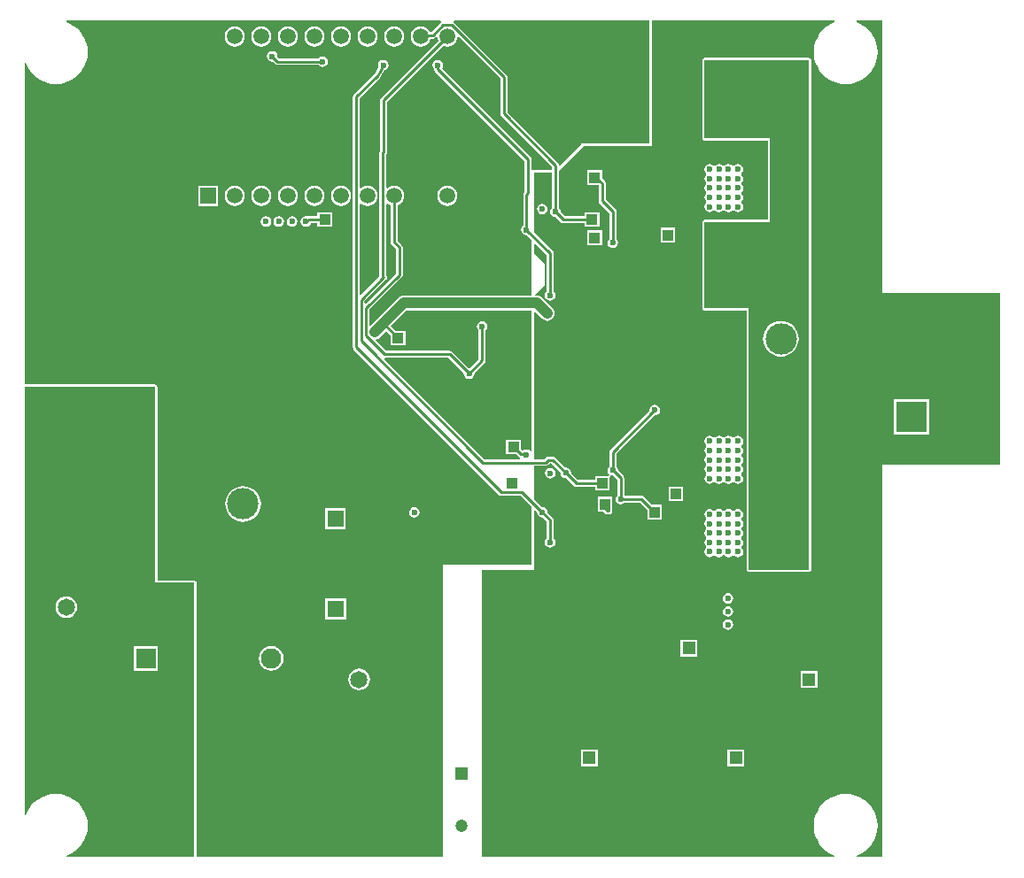
<source format=gbl>
G04*
G04 #@! TF.GenerationSoftware,Altium Limited,Altium Designer,21.6.4 (81)*
G04*
G04 Layer_Physical_Order=4*
G04 Layer_Color=16711680*
%FSLAX44Y44*%
%MOMM*%
G71*
G04*
G04 #@! TF.SameCoordinates,D26747ED-23D3-466A-99B4-63F3962E0784*
G04*
G04*
G04 #@! TF.FilePolarity,Positive*
G04*
G01*
G75*
%ADD81C,0.2540*%
%ADD84C,1.0000*%
%ADD87C,1.6000*%
%ADD88R,1.6000X1.6000*%
%ADD89C,3.0000*%
%ADD90R,3.0000X3.0000*%
%ADD91C,1.5200*%
%ADD92R,1.5200X1.5200*%
%ADD93R,1.2000X1.2000*%
%ADD94C,1.2000*%
G04:AMPARAMS|DCode=95|XSize=1.4mm|YSize=1.4mm|CornerRadius=0.35mm|HoleSize=0mm|Usage=FLASHONLY|Rotation=0.000|XOffset=0mm|YOffset=0mm|HoleType=Round|Shape=RoundedRectangle|*
%AMROUNDEDRECTD95*
21,1,1.4000,0.7000,0,0,0.0*
21,1,0.7000,1.4000,0,0,0.0*
1,1,0.7000,0.3500,-0.3500*
1,1,0.7000,-0.3500,-0.3500*
1,1,0.7000,-0.3500,0.3500*
1,1,0.7000,0.3500,0.3500*
%
%ADD95ROUNDEDRECTD95*%
%ADD96C,1.4000*%
%ADD97R,1.9500X1.9500*%
%ADD98C,1.9500*%
%ADD99C,1.6500*%
%ADD100R,1.2000X1.2000*%
%ADD101C,0.6000*%
%ADD102C,1.0000*%
%ADD113R,1.0000X1.0000*%
%ADD114R,1.0000X1.0000*%
G36*
X398192Y798730D02*
X397440Y798227D01*
X388929Y789717D01*
X387337D01*
X387286Y789841D01*
X385747Y791847D01*
X383741Y793386D01*
X381406Y794353D01*
X378900Y794683D01*
X376394Y794353D01*
X374059Y793386D01*
X372053Y791847D01*
X370514Y789841D01*
X369547Y787506D01*
X369217Y785000D01*
X369547Y782494D01*
X370514Y780159D01*
X372053Y778153D01*
X374059Y776614D01*
X376394Y775647D01*
X378900Y775317D01*
X381406Y775647D01*
X383741Y776614D01*
X385747Y778153D01*
X387286Y780159D01*
X388253Y782494D01*
X388326Y783048D01*
X390310D01*
X391586Y783302D01*
X392668Y784025D01*
X393372Y784729D01*
X394713Y784274D01*
X394947Y782494D01*
X395572Y780987D01*
X340913Y726328D01*
X340190Y725246D01*
X339936Y723970D01*
Y675855D01*
X339550Y675277D01*
X339296Y674001D01*
Y555528D01*
X321697Y537930D01*
X320524Y538416D01*
Y624712D01*
X321794Y625338D01*
X323259Y624214D01*
X325594Y623247D01*
X328100Y622917D01*
X330606Y623247D01*
X332941Y624214D01*
X334947Y625753D01*
X336486Y627759D01*
X337453Y630094D01*
X337783Y632600D01*
X337453Y635106D01*
X336486Y637441D01*
X334947Y639447D01*
X332941Y640986D01*
X330606Y641953D01*
X328100Y642283D01*
X325594Y641953D01*
X323259Y640986D01*
X321794Y639862D01*
X320524Y640488D01*
Y725809D01*
X339433Y744718D01*
X339683Y745092D01*
X339977Y745432D01*
X344044Y752614D01*
X344931Y752790D01*
X346585Y753895D01*
X347690Y755549D01*
X348078Y757500D01*
X347690Y759451D01*
X346585Y761105D01*
X344931Y762210D01*
X342980Y762598D01*
X341029Y762210D01*
X339375Y761105D01*
X338270Y759451D01*
X337882Y757500D01*
X338211Y755845D01*
X334398Y749113D01*
X314832Y729548D01*
X314110Y728466D01*
X313856Y727190D01*
Y487810D01*
X314110Y486534D01*
X314832Y485452D01*
X453413Y346872D01*
X454494Y346150D01*
X455770Y345896D01*
X474389D01*
X485000Y335285D01*
Y280000D01*
X400000D01*
Y0D01*
X164539D01*
Y262500D01*
X164384Y263280D01*
X163942Y263942D01*
X163280Y264384D01*
X162500Y264539D01*
X127039D01*
Y450000D01*
X126884Y450780D01*
X126442Y451442D01*
X125780Y451884D01*
X125000Y452039D01*
X0D01*
Y759407D01*
X1270Y759660D01*
X2740Y756111D01*
X5249Y752017D01*
X8367Y748367D01*
X12017Y745249D01*
X16111Y742740D01*
X20546Y740903D01*
X25214Y739782D01*
X30000Y739406D01*
X34786Y739782D01*
X39454Y740903D01*
X43889Y742740D01*
X47983Y745249D01*
X51633Y748367D01*
X54751Y752017D01*
X57260Y756111D01*
X59097Y760546D01*
X60218Y765214D01*
X60594Y770000D01*
X60218Y774786D01*
X59097Y779454D01*
X57260Y783889D01*
X54751Y787983D01*
X51633Y791633D01*
X47983Y794751D01*
X43889Y797260D01*
X40340Y798730D01*
X40593Y800000D01*
X397807D01*
X398192Y798730D01*
D02*
G37*
G36*
X454817Y745141D02*
Y711249D01*
X455070Y709973D01*
X455793Y708892D01*
X504165Y660520D01*
Y657500D01*
X485000D01*
X484604Y658606D01*
Y667597D01*
X484350Y668873D01*
X483628Y669955D01*
X399038Y754544D01*
X399710Y755549D01*
X400098Y757500D01*
X399710Y759451D01*
X398605Y761105D01*
X396951Y762210D01*
X395000Y762598D01*
X393049Y762210D01*
X391395Y761105D01*
X390290Y759451D01*
X389902Y757500D01*
X390290Y755549D01*
X391395Y753895D01*
X391701Y753691D01*
X391920Y752591D01*
X392643Y751509D01*
X477936Y666216D01*
Y636283D01*
X477643Y635989D01*
X476920Y634908D01*
X476666Y633632D01*
Y603786D01*
X476395Y603605D01*
X475290Y601951D01*
X474902Y600000D01*
X475290Y598049D01*
X476395Y596395D01*
X478049Y595290D01*
X480000Y594902D01*
X480319Y594966D01*
X485000Y590285D01*
Y537060D01*
X362500D01*
X360673Y536820D01*
X358970Y536115D01*
X357508Y534992D01*
X336633Y514118D01*
X330835Y508320D01*
X329662Y508806D01*
Y523652D01*
X360628Y554618D01*
X361350Y555700D01*
X361604Y556976D01*
Y583337D01*
X361350Y584613D01*
X360628Y585695D01*
X356834Y589488D01*
Y623590D01*
X358341Y624214D01*
X360347Y625753D01*
X361886Y627759D01*
X362853Y630094D01*
X363183Y632600D01*
X362853Y635106D01*
X361886Y637441D01*
X360347Y639447D01*
X358341Y640986D01*
X356006Y641953D01*
X353500Y642283D01*
X350994Y641953D01*
X348659Y640986D01*
X347234Y639893D01*
X345964Y640519D01*
Y672787D01*
X346350Y673365D01*
X346604Y674641D01*
Y722589D01*
X400287Y776272D01*
X401794Y775647D01*
X404300Y775317D01*
X406806Y775647D01*
X409141Y776614D01*
X411147Y778153D01*
X412686Y780159D01*
X413653Y782494D01*
X413887Y784274D01*
X415228Y784729D01*
X454817Y745141D01*
D02*
G37*
G36*
X820000Y540000D02*
X932500D01*
Y375000D01*
X820000D01*
Y0D01*
X795593D01*
X795340Y1270D01*
X798889Y2740D01*
X802983Y5249D01*
X806633Y8367D01*
X809751Y12017D01*
X812260Y16111D01*
X814097Y20546D01*
X815218Y25214D01*
X815594Y30000D01*
X815218Y34786D01*
X814097Y39454D01*
X812260Y43889D01*
X809751Y47983D01*
X806633Y51633D01*
X802983Y54751D01*
X798889Y57260D01*
X794454Y59097D01*
X789786Y60218D01*
X785000Y60594D01*
X780214Y60218D01*
X775546Y59097D01*
X771111Y57260D01*
X767017Y54751D01*
X763367Y51633D01*
X760249Y47983D01*
X757740Y43889D01*
X755903Y39454D01*
X754782Y34786D01*
X754406Y30000D01*
X754782Y25214D01*
X755903Y20546D01*
X757740Y16111D01*
X760249Y12017D01*
X763367Y8367D01*
X767017Y5249D01*
X771111Y2740D01*
X774660Y1270D01*
X774407Y0D01*
X437500D01*
Y275000D01*
X487500D01*
Y331126D01*
X488673Y331612D01*
X489966Y330319D01*
X489902Y330000D01*
X490290Y328049D01*
X491395Y326395D01*
X493049Y325290D01*
X495000Y324902D01*
X495319Y324966D01*
X499166Y321119D01*
Y304848D01*
X498895Y304668D01*
X497790Y303014D01*
X497402Y301063D01*
X497790Y299112D01*
X498895Y297458D01*
X500549Y296353D01*
X502500Y295965D01*
X504451Y296353D01*
X506105Y297458D01*
X507210Y299112D01*
X507598Y301063D01*
X507210Y303014D01*
X506105Y304668D01*
X505834Y304848D01*
Y322500D01*
X505580Y323776D01*
X504857Y324857D01*
X500034Y329681D01*
X500098Y330000D01*
X499710Y331951D01*
X498605Y333605D01*
X496951Y334710D01*
X495000Y335098D01*
X494681Y335034D01*
X487500Y342215D01*
Y374166D01*
X498164D01*
X499440Y374420D01*
X500521Y375143D01*
X502045Y376666D01*
X503619D01*
X512466Y367819D01*
X512402Y367500D01*
X512790Y365549D01*
X513895Y363895D01*
X515549Y362790D01*
X517500Y362402D01*
X517819Y362466D01*
X525143Y355143D01*
X526224Y354420D01*
X527500Y354166D01*
X545500D01*
Y350500D01*
X559500D01*
Y363252D01*
X559500Y363256D01*
X559500Y363257D01*
X559500Y363523D01*
X559641Y364608D01*
X559746Y364716D01*
X559954Y364865D01*
X560693Y365261D01*
X562500Y364902D01*
X562819Y364966D01*
X566666Y361119D01*
Y346286D01*
X566395Y346105D01*
X565290Y344451D01*
X564902Y342500D01*
X565290Y340549D01*
X566395Y338895D01*
X568049Y337790D01*
X570000Y337402D01*
X571951Y337790D01*
X573605Y338895D01*
X573786Y339166D01*
X588619D01*
X595500Y332285D01*
Y323000D01*
X609500D01*
Y337000D01*
X600215D01*
X592357Y344857D01*
X591276Y345580D01*
X590000Y345834D01*
X573786D01*
X573605Y346105D01*
X573334Y346286D01*
Y362500D01*
X573080Y363776D01*
X572357Y364857D01*
X567534Y369681D01*
X567598Y370000D01*
X567210Y371951D01*
X566105Y373605D01*
X565834Y373786D01*
Y386119D01*
X602181Y422466D01*
X602500Y422402D01*
X604451Y422790D01*
X606105Y423895D01*
X607210Y425549D01*
X607598Y427500D01*
X607210Y429451D01*
X606105Y431105D01*
X604451Y432210D01*
X602500Y432598D01*
X600549Y432210D01*
X598895Y431105D01*
X597790Y429451D01*
X597402Y427500D01*
X597466Y427181D01*
X560143Y389857D01*
X559420Y388776D01*
X559166Y387500D01*
Y373786D01*
X558895Y373605D01*
X557790Y371951D01*
X557402Y370000D01*
X557790Y368049D01*
X558895Y366395D01*
X559534Y365968D01*
X559557Y365724D01*
X558434Y364500D01*
X558251Y364500D01*
X558251Y364500D01*
X558245Y364500D01*
X545500D01*
Y360834D01*
X528881D01*
X522534Y367181D01*
X522598Y367500D01*
X522210Y369451D01*
X521105Y371105D01*
X519451Y372210D01*
X517500Y372598D01*
X517181Y372534D01*
X507357Y382357D01*
X506276Y383080D01*
X505000Y383334D01*
X500664D01*
X499388Y383080D01*
X498306Y382357D01*
X496783Y380834D01*
X487500D01*
Y520856D01*
X488673Y521342D01*
X495008Y515008D01*
X496470Y513885D01*
X498173Y513180D01*
X500000Y512940D01*
X501827Y513180D01*
X503530Y513885D01*
X504992Y515008D01*
X506115Y516470D01*
X506820Y518173D01*
X507060Y520000D01*
X506820Y521827D01*
X506115Y523530D01*
X504992Y524992D01*
X494992Y534992D01*
X493530Y536115D01*
X491827Y536820D01*
X490000Y537060D01*
X488857D01*
X488330Y538330D01*
X497500Y547500D01*
Y567500D01*
X497500D01*
X487500Y577500D01*
Y586126D01*
X488673Y586612D01*
X499166Y576119D01*
Y541286D01*
X498895Y541105D01*
X497790Y539451D01*
X497402Y537500D01*
X497790Y535549D01*
X498895Y533895D01*
X500549Y532790D01*
X502500Y532402D01*
X504451Y532790D01*
X506105Y533895D01*
X507210Y535549D01*
X507598Y537500D01*
X507210Y539451D01*
X506105Y541105D01*
X505834Y541286D01*
Y577500D01*
X505580Y578776D01*
X504858Y579857D01*
X487500Y597215D01*
Y655000D01*
X504165D01*
Y621284D01*
X503894Y621104D01*
X502789Y619450D01*
X502401Y617499D01*
X502789Y615548D01*
X503894Y613894D01*
X505548Y612789D01*
X507499Y612401D01*
X507820Y612465D01*
X512643Y607643D01*
X513724Y606920D01*
X515000Y606666D01*
X535500D01*
Y603000D01*
X549500D01*
Y617000D01*
X535500D01*
Y613334D01*
X516381D01*
X512534Y617181D01*
X512597Y617499D01*
X512209Y619450D01*
X511104Y621104D01*
X510833Y621284D01*
Y655833D01*
X535000Y680000D01*
X600000D01*
Y800000D01*
X774407D01*
X774660Y798730D01*
X771111Y797260D01*
X767017Y794751D01*
X763367Y791633D01*
X760249Y787983D01*
X757740Y783889D01*
X755903Y779454D01*
X754782Y774786D01*
X754406Y770000D01*
X754782Y765214D01*
X755903Y760546D01*
X757740Y756111D01*
X760249Y752017D01*
X763367Y748367D01*
X767017Y745249D01*
X771111Y742740D01*
X775546Y740903D01*
X780214Y739782D01*
X785000Y739406D01*
X789786Y739782D01*
X794454Y740903D01*
X798889Y742740D01*
X802983Y745249D01*
X806633Y748367D01*
X809751Y752017D01*
X812260Y756111D01*
X814097Y760546D01*
X815218Y765214D01*
X815594Y770000D01*
X815218Y774786D01*
X814097Y779454D01*
X812260Y783889D01*
X809751Y787983D01*
X806633Y791633D01*
X802983Y794751D01*
X798889Y797260D01*
X795340Y798730D01*
X795593Y800000D01*
X820000D01*
Y540000D01*
D02*
G37*
G36*
X597500Y682500D02*
X532500D01*
Y681900D01*
X512006Y661406D01*
X511301Y661698D01*
X510812Y662008D01*
X510579Y663177D01*
X509856Y664258D01*
X461485Y712630D01*
Y746522D01*
X461231Y747798D01*
X460508Y748879D01*
X411160Y798227D01*
X410408Y798730D01*
X410793Y800000D01*
X597500D01*
Y682500D01*
D02*
G37*
G36*
X348659Y624214D02*
X350166Y623590D01*
Y588107D01*
X350420Y586831D01*
X351143Y585750D01*
X354936Y581956D01*
Y558357D01*
X326237Y529658D01*
X325064Y530144D01*
Y531866D01*
X345602Y552405D01*
X346325Y553486D01*
X346579Y554762D01*
X346325Y556038D01*
X345964Y556579D01*
Y624681D01*
X347234Y625308D01*
X348659Y624214D01*
D02*
G37*
G36*
X485000Y388803D02*
X483730Y388417D01*
X483605Y388605D01*
X481951Y389710D01*
X480000Y390098D01*
X478049Y389710D01*
X476395Y388605D01*
X475378Y389337D01*
X474500Y390215D01*
Y399500D01*
X460500D01*
Y385500D01*
X469785D01*
X472465Y382820D01*
X473546Y382098D01*
X473389Y380834D01*
X439685D01*
X344206Y476313D01*
X344733Y477583D01*
X405202D01*
X419966Y462819D01*
X419902Y462500D01*
X420290Y460549D01*
X421395Y458895D01*
X423049Y457790D01*
X425000Y457402D01*
X426951Y457790D01*
X428605Y458895D01*
X429710Y460549D01*
X430098Y462500D01*
X430034Y462819D01*
X439857Y472643D01*
X440580Y473724D01*
X440834Y475000D01*
Y503714D01*
X441105Y503895D01*
X442210Y505549D01*
X442598Y507500D01*
X442210Y509451D01*
X441105Y511105D01*
X439451Y512210D01*
X437500Y512598D01*
X435549Y512210D01*
X433895Y511105D01*
X432790Y509451D01*
X432402Y507500D01*
X432790Y505549D01*
X433895Y503895D01*
X434166Y503714D01*
Y476381D01*
X425766Y467981D01*
X424234D01*
X408940Y483275D01*
X407859Y483997D01*
X406583Y484251D01*
X345464D01*
X335684Y494031D01*
X336092Y495234D01*
X336425Y495278D01*
X338128Y495983D01*
X339590Y497105D01*
X345760Y503275D01*
X350250Y498785D01*
Y489500D01*
X364250D01*
Y503500D01*
X354965D01*
X350475Y507990D01*
X365424Y522940D01*
X485000D01*
Y388803D01*
D02*
G37*
G36*
X125000Y262500D02*
X162500D01*
Y0D01*
X40593D01*
X40340Y1270D01*
X43889Y2740D01*
X47983Y5249D01*
X51633Y8367D01*
X54751Y12017D01*
X57260Y16111D01*
X59097Y20546D01*
X60218Y25214D01*
X60594Y30000D01*
X60218Y34786D01*
X59097Y39454D01*
X57260Y43889D01*
X54751Y47983D01*
X51633Y51633D01*
X47983Y54751D01*
X43889Y57260D01*
X39454Y59097D01*
X34786Y60218D01*
X30000Y60594D01*
X25214Y60218D01*
X20546Y59097D01*
X16111Y57260D01*
X12017Y54751D01*
X8367Y51633D01*
X5249Y47983D01*
X2740Y43889D01*
X1270Y40340D01*
X0Y40593D01*
Y450000D01*
X125000D01*
Y262500D01*
D02*
G37*
%LPC*%
G36*
X353500Y794683D02*
X350994Y794353D01*
X348659Y793386D01*
X346653Y791847D01*
X345114Y789841D01*
X344147Y787506D01*
X343817Y785000D01*
X344147Y782494D01*
X345114Y780159D01*
X346653Y778153D01*
X348659Y776614D01*
X350994Y775647D01*
X353500Y775317D01*
X356006Y775647D01*
X358341Y776614D01*
X360347Y778153D01*
X361886Y780159D01*
X362853Y782494D01*
X363183Y785000D01*
X362853Y787506D01*
X361886Y789841D01*
X360347Y791847D01*
X358341Y793386D01*
X356006Y794353D01*
X353500Y794683D01*
D02*
G37*
G36*
X328100D02*
X325594Y794353D01*
X323259Y793386D01*
X321253Y791847D01*
X319714Y789841D01*
X318747Y787506D01*
X318417Y785000D01*
X318747Y782494D01*
X319714Y780159D01*
X321253Y778153D01*
X323259Y776614D01*
X325594Y775647D01*
X328100Y775317D01*
X330606Y775647D01*
X332941Y776614D01*
X334947Y778153D01*
X336486Y780159D01*
X337453Y782494D01*
X337783Y785000D01*
X337453Y787506D01*
X336486Y789841D01*
X334947Y791847D01*
X332941Y793386D01*
X330606Y794353D01*
X328100Y794683D01*
D02*
G37*
G36*
X302700D02*
X300194Y794353D01*
X297859Y793386D01*
X295853Y791847D01*
X294314Y789841D01*
X293347Y787506D01*
X293017Y785000D01*
X293347Y782494D01*
X294314Y780159D01*
X295853Y778153D01*
X297859Y776614D01*
X300194Y775647D01*
X302700Y775317D01*
X305206Y775647D01*
X307541Y776614D01*
X309547Y778153D01*
X311086Y780159D01*
X312053Y782494D01*
X312383Y785000D01*
X312053Y787506D01*
X311086Y789841D01*
X309547Y791847D01*
X307541Y793386D01*
X305206Y794353D01*
X302700Y794683D01*
D02*
G37*
G36*
X277300D02*
X274794Y794353D01*
X272459Y793386D01*
X270453Y791847D01*
X268914Y789841D01*
X267947Y787506D01*
X267617Y785000D01*
X267947Y782494D01*
X268914Y780159D01*
X270453Y778153D01*
X272459Y776614D01*
X274794Y775647D01*
X277300Y775317D01*
X279806Y775647D01*
X282141Y776614D01*
X284147Y778153D01*
X285686Y780159D01*
X286653Y782494D01*
X286983Y785000D01*
X286653Y787506D01*
X285686Y789841D01*
X284147Y791847D01*
X282141Y793386D01*
X279806Y794353D01*
X277300Y794683D01*
D02*
G37*
G36*
X251900D02*
X249394Y794353D01*
X247059Y793386D01*
X245053Y791847D01*
X243514Y789841D01*
X242547Y787506D01*
X242217Y785000D01*
X242547Y782494D01*
X243514Y780159D01*
X245053Y778153D01*
X247059Y776614D01*
X249394Y775647D01*
X251900Y775317D01*
X254406Y775647D01*
X256741Y776614D01*
X258747Y778153D01*
X260286Y780159D01*
X261253Y782494D01*
X261583Y785000D01*
X261253Y787506D01*
X260286Y789841D01*
X258747Y791847D01*
X256741Y793386D01*
X254406Y794353D01*
X251900Y794683D01*
D02*
G37*
G36*
X226500D02*
X223994Y794353D01*
X221659Y793386D01*
X219653Y791847D01*
X218114Y789841D01*
X217147Y787506D01*
X216817Y785000D01*
X217147Y782494D01*
X218114Y780159D01*
X219653Y778153D01*
X221659Y776614D01*
X223994Y775647D01*
X226500Y775317D01*
X229006Y775647D01*
X231341Y776614D01*
X233347Y778153D01*
X234886Y780159D01*
X235853Y782494D01*
X236183Y785000D01*
X235853Y787506D01*
X234886Y789841D01*
X233347Y791847D01*
X231341Y793386D01*
X229006Y794353D01*
X226500Y794683D01*
D02*
G37*
G36*
X201100D02*
X198594Y794353D01*
X196259Y793386D01*
X194253Y791847D01*
X192714Y789841D01*
X191747Y787506D01*
X191417Y785000D01*
X191747Y782494D01*
X192714Y780159D01*
X194253Y778153D01*
X196259Y776614D01*
X198594Y775647D01*
X201100Y775317D01*
X203606Y775647D01*
X205941Y776614D01*
X207947Y778153D01*
X209486Y780159D01*
X210453Y782494D01*
X210783Y785000D01*
X210453Y787506D01*
X209486Y789841D01*
X207947Y791847D01*
X205941Y793386D01*
X203606Y794353D01*
X201100Y794683D01*
D02*
G37*
G36*
X237000Y771098D02*
X235049Y770710D01*
X233395Y769605D01*
X232290Y767951D01*
X231902Y766000D01*
X232290Y764049D01*
X233395Y762395D01*
X235049Y761290D01*
X237000Y760902D01*
X237319Y760966D01*
X239643Y758643D01*
X240724Y757920D01*
X242000Y757666D01*
X281214D01*
X281395Y757395D01*
X283049Y756290D01*
X285000Y755902D01*
X286951Y756290D01*
X288605Y757395D01*
X289710Y759049D01*
X290098Y761000D01*
X289710Y762951D01*
X288605Y764605D01*
X286951Y765710D01*
X285000Y766098D01*
X283049Y765710D01*
X281395Y764605D01*
X281214Y764334D01*
X243381D01*
X242034Y765681D01*
X242098Y766000D01*
X241710Y767951D01*
X240605Y769605D01*
X238951Y770710D01*
X237000Y771098D01*
D02*
G37*
G36*
X185300Y642200D02*
X166100D01*
Y623000D01*
X185300D01*
Y642200D01*
D02*
G37*
G36*
X302700Y642283D02*
X300194Y641953D01*
X297859Y640986D01*
X295853Y639447D01*
X294314Y637441D01*
X293347Y635106D01*
X293017Y632600D01*
X293347Y630094D01*
X294314Y627759D01*
X295853Y625753D01*
X297859Y624214D01*
X300194Y623247D01*
X302700Y622917D01*
X305206Y623247D01*
X307541Y624214D01*
X309547Y625753D01*
X311086Y627759D01*
X312053Y630094D01*
X312383Y632600D01*
X312053Y635106D01*
X311086Y637441D01*
X309547Y639447D01*
X307541Y640986D01*
X305206Y641953D01*
X302700Y642283D01*
D02*
G37*
G36*
X277300D02*
X274794Y641953D01*
X272459Y640986D01*
X270453Y639447D01*
X268914Y637441D01*
X267947Y635106D01*
X267617Y632600D01*
X267947Y630094D01*
X268914Y627759D01*
X270453Y625753D01*
X272459Y624214D01*
X274794Y623247D01*
X277300Y622917D01*
X279806Y623247D01*
X282141Y624214D01*
X284147Y625753D01*
X285686Y627759D01*
X286653Y630094D01*
X286983Y632600D01*
X286653Y635106D01*
X285686Y637441D01*
X284147Y639447D01*
X282141Y640986D01*
X279806Y641953D01*
X277300Y642283D01*
D02*
G37*
G36*
X251900D02*
X249394Y641953D01*
X247059Y640986D01*
X245053Y639447D01*
X243514Y637441D01*
X242547Y635106D01*
X242217Y632600D01*
X242547Y630094D01*
X243514Y627759D01*
X245053Y625753D01*
X247059Y624214D01*
X249394Y623247D01*
X251900Y622917D01*
X254406Y623247D01*
X256741Y624214D01*
X258747Y625753D01*
X260286Y627759D01*
X261253Y630094D01*
X261583Y632600D01*
X261253Y635106D01*
X260286Y637441D01*
X258747Y639447D01*
X256741Y640986D01*
X254406Y641953D01*
X251900Y642283D01*
D02*
G37*
G36*
X226500D02*
X223994Y641953D01*
X221659Y640986D01*
X219653Y639447D01*
X218114Y637441D01*
X217147Y635106D01*
X216817Y632600D01*
X217147Y630094D01*
X218114Y627759D01*
X219653Y625753D01*
X221659Y624214D01*
X223994Y623247D01*
X226500Y622917D01*
X229006Y623247D01*
X231341Y624214D01*
X233347Y625753D01*
X234886Y627759D01*
X235853Y630094D01*
X236183Y632600D01*
X235853Y635106D01*
X234886Y637441D01*
X233347Y639447D01*
X231341Y640986D01*
X229006Y641953D01*
X226500Y642283D01*
D02*
G37*
G36*
X201100D02*
X198594Y641953D01*
X196259Y640986D01*
X194253Y639447D01*
X192714Y637441D01*
X191747Y635106D01*
X191417Y632600D01*
X191747Y630094D01*
X192714Y627759D01*
X194253Y625753D01*
X196259Y624214D01*
X198594Y623247D01*
X201100Y622917D01*
X203606Y623247D01*
X205941Y624214D01*
X207947Y625753D01*
X209486Y627759D01*
X210453Y630094D01*
X210783Y632600D01*
X210453Y635106D01*
X209486Y637441D01*
X207947Y639447D01*
X205941Y640986D01*
X203606Y641953D01*
X201100Y642283D01*
D02*
G37*
G36*
X294000Y617000D02*
X280000D01*
Y613334D01*
X271936D01*
X270660Y613080D01*
X270300Y612839D01*
X269000Y613098D01*
X267049Y612710D01*
X265395Y611605D01*
X264290Y609951D01*
X263902Y608000D01*
X264290Y606049D01*
X265395Y604395D01*
X267049Y603290D01*
X269000Y602902D01*
X270951Y603290D01*
X272605Y604395D01*
X273710Y606049D01*
X273833Y606666D01*
X280000D01*
Y603000D01*
X294000D01*
Y617000D01*
D02*
G37*
G36*
X256000Y613098D02*
X254049Y612710D01*
X252395Y611605D01*
X251290Y609951D01*
X250902Y608000D01*
X251290Y606049D01*
X252395Y604395D01*
X254049Y603290D01*
X256000Y602902D01*
X257951Y603290D01*
X259605Y604395D01*
X260710Y606049D01*
X261098Y608000D01*
X260710Y609951D01*
X259605Y611605D01*
X257951Y612710D01*
X256000Y613098D01*
D02*
G37*
G36*
X243000D02*
X241049Y612710D01*
X239395Y611605D01*
X238290Y609951D01*
X237902Y608000D01*
X238290Y606049D01*
X239395Y604395D01*
X241049Y603290D01*
X243000Y602902D01*
X244951Y603290D01*
X246605Y604395D01*
X247710Y606049D01*
X248098Y608000D01*
X247710Y609951D01*
X246605Y611605D01*
X244951Y612710D01*
X243000Y613098D01*
D02*
G37*
G36*
X231000D02*
X229049Y612710D01*
X227395Y611605D01*
X226290Y609951D01*
X225902Y608000D01*
X226290Y606049D01*
X227395Y604395D01*
X229049Y603290D01*
X231000Y602902D01*
X232951Y603290D01*
X234605Y604395D01*
X235710Y606049D01*
X236098Y608000D01*
X235710Y609951D01*
X234605Y611605D01*
X232951Y612710D01*
X231000Y613098D01*
D02*
G37*
G36*
X372750Y334848D02*
X370799Y334460D01*
X369145Y333355D01*
X368040Y331701D01*
X367652Y329750D01*
X368040Y327799D01*
X369145Y326145D01*
X370799Y325040D01*
X372750Y324652D01*
X374701Y325040D01*
X376355Y326145D01*
X377460Y327799D01*
X377848Y329750D01*
X377460Y331701D01*
X376355Y333355D01*
X374701Y334460D01*
X372750Y334848D01*
D02*
G37*
G36*
X209000Y354875D02*
X205667Y354547D01*
X202463Y353575D01*
X199510Y351996D01*
X196921Y349872D01*
X194797Y347283D01*
X193218Y344330D01*
X192246Y341125D01*
X191918Y337793D01*
X192246Y334460D01*
X193218Y331256D01*
X194797Y328302D01*
X196921Y325714D01*
X199510Y323590D01*
X202463Y322011D01*
X205667Y321039D01*
X209000Y320711D01*
X212333Y321039D01*
X215537Y322011D01*
X218490Y323590D01*
X221079Y325714D01*
X223203Y328302D01*
X224782Y331256D01*
X225754Y334460D01*
X226082Y337793D01*
X225754Y341125D01*
X224782Y344330D01*
X223203Y347283D01*
X221079Y349872D01*
X218490Y351996D01*
X215537Y353575D01*
X212333Y354547D01*
X209000Y354875D01*
D02*
G37*
G36*
X307243Y333543D02*
X287243D01*
Y313543D01*
X307243D01*
Y333543D01*
D02*
G37*
G36*
X307500Y247300D02*
X287500D01*
Y227300D01*
X307500D01*
Y247300D01*
D02*
G37*
G36*
X236000Y201851D02*
X232933Y201448D01*
X230074Y200264D01*
X227620Y198380D01*
X225736Y195926D01*
X224552Y193067D01*
X224149Y190000D01*
X224552Y186933D01*
X225736Y184074D01*
X227620Y181620D01*
X230074Y179736D01*
X232933Y178552D01*
X236000Y178149D01*
X239067Y178552D01*
X241926Y179736D01*
X244380Y181620D01*
X246264Y184074D01*
X247447Y186933D01*
X247851Y190000D01*
X247447Y193067D01*
X246264Y195926D01*
X244380Y198380D01*
X241926Y200264D01*
X239067Y201448D01*
X236000Y201851D01*
D02*
G37*
G36*
X320000Y180338D02*
X317324Y179986D01*
X314831Y178953D01*
X312690Y177310D01*
X311047Y175169D01*
X310014Y172676D01*
X309662Y170000D01*
X310014Y167324D01*
X311047Y164831D01*
X312690Y162690D01*
X314831Y161047D01*
X317324Y160014D01*
X320000Y159662D01*
X322676Y160014D01*
X325169Y161047D01*
X327310Y162690D01*
X328953Y164831D01*
X329986Y167324D01*
X330338Y170000D01*
X329986Y172676D01*
X328953Y175169D01*
X327310Y177310D01*
X325169Y178953D01*
X322676Y179986D01*
X320000Y180338D01*
D02*
G37*
G36*
X404300Y642283D02*
X401794Y641953D01*
X399459Y640986D01*
X397453Y639447D01*
X395914Y637441D01*
X394947Y635106D01*
X394617Y632600D01*
X394947Y630094D01*
X395914Y627759D01*
X397453Y625753D01*
X399459Y624214D01*
X401794Y623247D01*
X404300Y622917D01*
X406806Y623247D01*
X409141Y624214D01*
X411147Y625753D01*
X412686Y627759D01*
X413653Y630094D01*
X413983Y632600D01*
X413653Y635106D01*
X412686Y637441D01*
X411147Y639447D01*
X409141Y640986D01*
X406806Y641953D01*
X404300Y642283D01*
D02*
G37*
G36*
X682000Y663098D02*
X680049Y662710D01*
X678395Y661605D01*
X678135Y661215D01*
X676865D01*
X676605Y661605D01*
X674951Y662710D01*
X673000Y663098D01*
X671049Y662710D01*
X669395Y661605D01*
X669135Y661215D01*
X667865D01*
X667605Y661605D01*
X665951Y662710D01*
X664000Y663098D01*
X662049Y662710D01*
X660395Y661605D01*
X660135Y661215D01*
X658865D01*
X658605Y661605D01*
X656951Y662710D01*
X655000Y663098D01*
X653049Y662710D01*
X651395Y661605D01*
X650290Y659951D01*
X649902Y658000D01*
X650290Y656049D01*
X651395Y654395D01*
X651785Y654135D01*
Y652865D01*
X651395Y652605D01*
X650290Y650951D01*
X649902Y649000D01*
X650290Y647049D01*
X651395Y645395D01*
X651785Y645135D01*
Y643865D01*
X651395Y643605D01*
X650290Y641951D01*
X649902Y640000D01*
X650290Y638049D01*
X651395Y636395D01*
X651785Y636135D01*
Y634865D01*
X651395Y634605D01*
X650290Y632951D01*
X649902Y631000D01*
X650290Y629049D01*
X651395Y627395D01*
X651785Y627135D01*
Y625865D01*
X651395Y625605D01*
X650290Y623951D01*
X649902Y622000D01*
X650290Y620049D01*
X651395Y618395D01*
X653049Y617290D01*
X655000Y616902D01*
X656951Y617290D01*
X658605Y618395D01*
X658865Y618785D01*
X660135D01*
X660395Y618395D01*
X662049Y617290D01*
X664000Y616902D01*
X665951Y617290D01*
X667605Y618395D01*
X667865Y618785D01*
X669135D01*
X669395Y618395D01*
X671049Y617290D01*
X673000Y616902D01*
X674951Y617290D01*
X676605Y618395D01*
X676865Y618785D01*
X678135D01*
X678395Y618395D01*
X680049Y617290D01*
X682000Y616902D01*
X683951Y617290D01*
X685605Y618395D01*
X686710Y620049D01*
X687098Y622000D01*
X686710Y623951D01*
X685605Y625605D01*
X685215Y625865D01*
Y627135D01*
X685605Y627395D01*
X686710Y629049D01*
X687098Y631000D01*
X686710Y632951D01*
X685605Y634605D01*
X685215Y634865D01*
Y636135D01*
X685605Y636395D01*
X686710Y638049D01*
X687098Y640000D01*
X686710Y641951D01*
X685605Y643605D01*
X685215Y643865D01*
Y645135D01*
X685605Y645395D01*
X686710Y647049D01*
X687098Y649000D01*
X686710Y650951D01*
X685605Y652605D01*
X685215Y652865D01*
Y654135D01*
X685605Y654395D01*
X686710Y656049D01*
X687098Y658000D01*
X686710Y659951D01*
X685605Y661605D01*
X683951Y662710D01*
X682000Y663098D01*
D02*
G37*
G36*
X495000Y625098D02*
X493049Y624710D01*
X491395Y623605D01*
X490290Y621951D01*
X489902Y620000D01*
X490290Y618049D01*
X491395Y616395D01*
X493049Y615290D01*
X495000Y614902D01*
X496951Y615290D01*
X498605Y616395D01*
X499710Y618049D01*
X500098Y620000D01*
X499710Y621951D01*
X498605Y623605D01*
X496951Y624710D01*
X495000Y625098D01*
D02*
G37*
G36*
X622000Y602000D02*
X608000D01*
Y588000D01*
X622000D01*
Y602000D01*
D02*
G37*
G36*
X552000Y599500D02*
X538000D01*
Y585500D01*
X552000D01*
Y599500D01*
D02*
G37*
G36*
Y657000D02*
X538000D01*
Y643000D01*
X549160D01*
X549166Y642994D01*
Y627500D01*
X549420Y626224D01*
X550143Y625143D01*
X559166Y616119D01*
Y591286D01*
X558895Y591105D01*
X557790Y589451D01*
X557402Y587500D01*
X557790Y585549D01*
X558895Y583895D01*
X560549Y582790D01*
X562500Y582402D01*
X564451Y582790D01*
X566105Y583895D01*
X567210Y585549D01*
X567598Y587500D01*
X567210Y589451D01*
X566105Y591105D01*
X565834Y591286D01*
Y617500D01*
X565580Y618776D01*
X564857Y619857D01*
X555834Y628881D01*
Y644375D01*
X555580Y645651D01*
X554857Y646732D01*
X552000Y649590D01*
Y657000D01*
D02*
G37*
G36*
X865042Y437857D02*
X831043D01*
Y403857D01*
X865042D01*
Y437857D01*
D02*
G37*
G36*
X682000Y403098D02*
X680049Y402710D01*
X678395Y401605D01*
X678135Y401215D01*
X676865D01*
X676605Y401605D01*
X674951Y402710D01*
X673000Y403098D01*
X671049Y402710D01*
X669395Y401605D01*
X669135Y401215D01*
X667865D01*
X667605Y401605D01*
X665951Y402710D01*
X664000Y403098D01*
X662049Y402710D01*
X660395Y401605D01*
X660135Y401215D01*
X658865D01*
X658605Y401605D01*
X656951Y402710D01*
X655000Y403098D01*
X653049Y402710D01*
X651395Y401605D01*
X650290Y399951D01*
X649902Y398000D01*
X650290Y396049D01*
X651395Y394395D01*
X651785Y394135D01*
Y392865D01*
X651395Y392605D01*
X650290Y390951D01*
X649902Y389000D01*
X650290Y387049D01*
X651395Y385395D01*
X651785Y385135D01*
Y383865D01*
X651395Y383605D01*
X650290Y381951D01*
X649902Y380000D01*
X650290Y378049D01*
X651395Y376395D01*
X651785Y376135D01*
Y374865D01*
X651395Y374605D01*
X650290Y372951D01*
X649902Y371000D01*
X650290Y369049D01*
X651395Y367395D01*
X651785Y367135D01*
Y365865D01*
X651395Y365605D01*
X650290Y363951D01*
X649902Y362000D01*
X650290Y360049D01*
X651395Y358395D01*
X653049Y357290D01*
X655000Y356902D01*
X656951Y357290D01*
X658605Y358395D01*
X658865Y358785D01*
X660135D01*
X660395Y358395D01*
X662049Y357290D01*
X664000Y356902D01*
X665951Y357290D01*
X667605Y358395D01*
X667865Y358785D01*
X669135D01*
X669395Y358395D01*
X671049Y357290D01*
X673000Y356902D01*
X674951Y357290D01*
X676605Y358395D01*
X676865Y358785D01*
X678135D01*
X678395Y358395D01*
X680049Y357290D01*
X682000Y356902D01*
X683951Y357290D01*
X685605Y358395D01*
X686710Y360049D01*
X687098Y362000D01*
X686710Y363951D01*
X685605Y365605D01*
X685215Y365865D01*
Y367135D01*
X685605Y367395D01*
X686710Y369049D01*
X687098Y371000D01*
X686710Y372951D01*
X685605Y374605D01*
X685215Y374865D01*
Y376135D01*
X685605Y376395D01*
X686710Y378049D01*
X687098Y380000D01*
X686710Y381951D01*
X685605Y383605D01*
X685215Y383865D01*
Y385135D01*
X685605Y385395D01*
X686710Y387049D01*
X687098Y389000D01*
X686710Y390951D01*
X685605Y392605D01*
X685215Y392865D01*
Y394135D01*
X685605Y394395D01*
X686710Y396049D01*
X687098Y398000D01*
X686710Y399951D01*
X685605Y401605D01*
X683951Y402710D01*
X682000Y403098D01*
D02*
G37*
G36*
X502515Y372295D02*
X500564Y371907D01*
X498910Y370802D01*
X497805Y369148D01*
X497417Y367197D01*
X497805Y365247D01*
X498910Y363593D01*
X500564Y362487D01*
X502515Y362099D01*
X504466Y362487D01*
X506120Y363593D01*
X507225Y365247D01*
X507613Y367197D01*
X507225Y369148D01*
X506120Y370802D01*
X504466Y371907D01*
X502515Y372295D01*
D02*
G37*
G36*
X629500Y354500D02*
X615500D01*
Y340500D01*
X629500D01*
Y354500D01*
D02*
G37*
G36*
X682000Y333098D02*
X680049Y332710D01*
X678395Y331605D01*
X678135Y331215D01*
X676865D01*
X676605Y331605D01*
X674951Y332710D01*
X673000Y333098D01*
X671049Y332710D01*
X669395Y331605D01*
X669135Y331215D01*
X667865D01*
X667605Y331605D01*
X665951Y332710D01*
X664000Y333098D01*
X662049Y332710D01*
X660395Y331605D01*
X660135Y331215D01*
X658865D01*
X658605Y331605D01*
X656951Y332710D01*
X655000Y333098D01*
X653049Y332710D01*
X651395Y331605D01*
X650290Y329951D01*
X649902Y328000D01*
X650290Y326049D01*
X651395Y324395D01*
X651785Y324135D01*
Y322865D01*
X651395Y322605D01*
X650290Y320951D01*
X649902Y319000D01*
X650290Y317049D01*
X651395Y315395D01*
X651785Y315135D01*
Y313865D01*
X651395Y313605D01*
X650290Y311951D01*
X649902Y310000D01*
X650290Y308049D01*
X651395Y306395D01*
X651785Y306135D01*
Y304865D01*
X651395Y304605D01*
X650290Y302951D01*
X649902Y301000D01*
X650290Y299049D01*
X651395Y297395D01*
X651785Y297135D01*
Y295865D01*
X651395Y295605D01*
X650290Y293951D01*
X649902Y292000D01*
X650290Y290049D01*
X651395Y288395D01*
X653049Y287290D01*
X655000Y286902D01*
X656951Y287290D01*
X658605Y288395D01*
X658865Y288785D01*
X660135D01*
X660395Y288395D01*
X662049Y287290D01*
X664000Y286902D01*
X665951Y287290D01*
X667605Y288395D01*
X667865Y288785D01*
X669135D01*
X669395Y288395D01*
X671049Y287290D01*
X673000Y286902D01*
X674951Y287290D01*
X676605Y288395D01*
X676865Y288785D01*
X678135D01*
X678395Y288395D01*
X680049Y287290D01*
X682000Y286902D01*
X683951Y287290D01*
X685605Y288395D01*
X686710Y290049D01*
X687098Y292000D01*
X686710Y293951D01*
X685605Y295605D01*
X685215Y295865D01*
Y297135D01*
X685605Y297395D01*
X686710Y299049D01*
X687098Y301000D01*
X686710Y302951D01*
X685605Y304605D01*
X685215Y304865D01*
Y306135D01*
X685605Y306395D01*
X686710Y308049D01*
X687098Y310000D01*
X686710Y311951D01*
X685605Y313605D01*
X685215Y313865D01*
Y315135D01*
X685605Y315395D01*
X686710Y317049D01*
X687098Y319000D01*
X686710Y320951D01*
X685605Y322605D01*
X685215Y322865D01*
Y324135D01*
X685605Y324395D01*
X686710Y326049D01*
X687098Y328000D01*
X686710Y329951D01*
X685605Y331605D01*
X683951Y332710D01*
X682000Y333098D01*
D02*
G37*
G36*
X562000Y344500D02*
X548000D01*
Y330500D01*
X553221D01*
X554849Y328872D01*
X555930Y328150D01*
X557206Y327896D01*
X558730D01*
X560006Y328150D01*
X561087Y328872D01*
X561810Y329954D01*
X561919Y330500D01*
X562000D01*
Y330908D01*
X562064Y331230D01*
Y333770D01*
X562000Y334092D01*
Y344500D01*
D02*
G37*
G36*
X750000Y764539D02*
X650000D01*
X649220Y764384D01*
X648558Y763942D01*
X648116Y763280D01*
X647961Y762500D01*
Y687500D01*
X648116Y686720D01*
X648558Y686058D01*
X649220Y685616D01*
X650000Y685461D01*
X710461D01*
Y609539D01*
X650000D01*
X649220Y609384D01*
X648558Y608942D01*
X648116Y608280D01*
X647961Y607500D01*
Y525000D01*
X648116Y524220D01*
X648558Y523558D01*
X649220Y523116D01*
X650000Y522961D01*
X690461D01*
Y275000D01*
X690616Y274220D01*
X691058Y273558D01*
X691720Y273116D01*
X692500Y272961D01*
X750000D01*
X750780Y273116D01*
X751442Y273558D01*
X751884Y274220D01*
X752039Y275000D01*
Y762500D01*
X751884Y763280D01*
X751442Y763942D01*
X750780Y764384D01*
X750000Y764539D01*
D02*
G37*
G36*
X672500Y252598D02*
X670549Y252210D01*
X668895Y251105D01*
X667790Y249451D01*
X667402Y247500D01*
X667790Y245549D01*
X668895Y243895D01*
X670549Y242790D01*
X672500Y242402D01*
X674451Y242790D01*
X676105Y243895D01*
X677210Y245549D01*
X677598Y247500D01*
X677210Y249451D01*
X676105Y251105D01*
X674451Y252210D01*
X672500Y252598D01*
D02*
G37*
G36*
Y240098D02*
X670549Y239710D01*
X668895Y238605D01*
X667790Y236951D01*
X667402Y235000D01*
X667790Y233049D01*
X668895Y231395D01*
X670549Y230290D01*
X672500Y229902D01*
X674451Y230290D01*
X676105Y231395D01*
X677210Y233049D01*
X677598Y235000D01*
X677210Y236951D01*
X676105Y238605D01*
X674451Y239710D01*
X672500Y240098D01*
D02*
G37*
G36*
Y227598D02*
X670549Y227210D01*
X668895Y226105D01*
X667790Y224451D01*
X667402Y222500D01*
X667790Y220549D01*
X668895Y218895D01*
X670549Y217790D01*
X672500Y217402D01*
X674451Y217790D01*
X676105Y218895D01*
X677210Y220549D01*
X677598Y222500D01*
X677210Y224451D01*
X676105Y226105D01*
X674451Y227210D01*
X672500Y227598D01*
D02*
G37*
G36*
X643000Y208000D02*
X627000D01*
Y192000D01*
X643000D01*
Y208000D01*
D02*
G37*
G36*
X758000Y178000D02*
X742000D01*
Y162000D01*
X758000D01*
Y178000D01*
D02*
G37*
G36*
X688000Y103000D02*
X672000D01*
Y87000D01*
X688000D01*
Y103000D01*
D02*
G37*
G36*
X548000D02*
X532000D01*
Y87000D01*
X548000D01*
Y103000D01*
D02*
G37*
%LPD*%
G36*
X750000Y275000D02*
X692500D01*
Y525000D01*
X650000D01*
Y607500D01*
X712500D01*
Y687500D01*
X650000D01*
Y762500D01*
X750000D01*
Y275000D01*
D02*
G37*
%LPC*%
G36*
X723043Y512939D02*
X719710Y512611D01*
X716506Y511639D01*
X713552Y510060D01*
X710964Y507936D01*
X708839Y505348D01*
X707261Y502394D01*
X706289Y499190D01*
X705960Y495857D01*
X706289Y492524D01*
X707261Y489320D01*
X708839Y486367D01*
X710964Y483778D01*
X713552Y481654D01*
X716506Y480075D01*
X719710Y479103D01*
X723043Y478775D01*
X726375Y479103D01*
X729580Y480075D01*
X732533Y481654D01*
X735122Y483778D01*
X737246Y486367D01*
X738824Y489320D01*
X739797Y492524D01*
X740125Y495857D01*
X739797Y499190D01*
X738824Y502394D01*
X737246Y505348D01*
X735122Y507936D01*
X732533Y510060D01*
X729580Y511639D01*
X726375Y512611D01*
X723043Y512939D01*
D02*
G37*
G36*
X40000Y249381D02*
X37324Y249029D01*
X34831Y247996D01*
X32690Y246353D01*
X31047Y244212D01*
X30014Y241718D01*
X29662Y239042D01*
X30014Y236367D01*
X31047Y233873D01*
X32690Y231732D01*
X34831Y230089D01*
X37324Y229056D01*
X40000Y228704D01*
X42676Y229056D01*
X45169Y230089D01*
X47310Y231732D01*
X48953Y233873D01*
X49986Y236367D01*
X50338Y239042D01*
X49986Y241718D01*
X48953Y244212D01*
X47310Y246353D01*
X45169Y247996D01*
X42676Y249029D01*
X40000Y249381D01*
D02*
G37*
G36*
X127750Y201750D02*
X104250D01*
Y178250D01*
X127750D01*
Y201750D01*
D02*
G37*
%LPD*%
D81*
X437500Y475000D02*
Y507500D01*
X425000Y462500D02*
X437500Y475000D01*
X344083Y480917D02*
X406583D01*
X425000Y462500D01*
X326328Y498672D02*
X344083Y480917D01*
X326328Y498672D02*
Y525033D01*
X358270Y556976D01*
Y583337D01*
X353500Y588107D02*
X358270Y583337D01*
X353500Y588107D02*
Y632600D01*
X502500Y537500D02*
Y577500D01*
X458151Y711249D02*
X507499Y661901D01*
X458151Y711249D02*
Y746522D01*
X408802Y795870D02*
X458151Y746522D01*
X399798Y795870D02*
X408802D01*
X390310Y786383D02*
X399798Y795870D01*
X380283Y786383D02*
X390310D01*
X378900Y785000D02*
X380283Y786383D01*
X342630Y555377D02*
X343245Y554762D01*
X342630Y674001D02*
X343270Y674641D01*
Y723970D01*
X404300Y785000D01*
X342630Y555377D02*
Y674001D01*
X237000Y766000D02*
X242000Y761000D01*
X285000D01*
X269936Y608000D02*
X271936Y610000D01*
X287000D01*
X269000Y608000D02*
X269936D01*
X341625Y509125D02*
X344625D01*
X357250Y496500D01*
X321730Y494074D02*
Y533247D01*
X343245Y554762D01*
X321730Y494074D02*
X438304Y377500D01*
X317190Y487810D02*
Y727190D01*
Y487810D02*
X455770Y349230D01*
X317190Y727190D02*
X337075Y747075D01*
X342980Y757500D01*
X507499Y617499D02*
Y661901D01*
Y617499D02*
X507501D01*
X546875Y650000D02*
X552500Y644375D01*
Y627500D02*
Y644375D01*
Y627500D02*
X562500Y617500D01*
X455770Y349230D02*
X475770D01*
X612760Y592760D02*
X615000Y595000D01*
X558730Y331230D02*
Y333770D01*
X557206Y331230D02*
X558730D01*
X555000Y333436D02*
X557206Y331230D01*
X555000Y333436D02*
Y337500D01*
X507501Y617499D02*
X515000Y610000D01*
X475770Y349230D02*
X495000Y330000D01*
X467500Y392500D02*
X474822Y385178D01*
X479822D01*
X480000Y385000D01*
X562500Y587500D02*
Y617500D01*
X480000Y600000D02*
X502500Y577500D01*
X515000Y610000D02*
X542500D01*
X395000Y753867D02*
Y757500D01*
Y753867D02*
X481270Y667597D01*
X555000Y337500D02*
X558730Y333770D01*
X527500Y357500D02*
X552500D01*
X517500Y367500D02*
X527500Y357500D01*
X562500Y370000D02*
Y387500D01*
X602500Y427500D01*
Y427500D01*
X570000Y342500D02*
Y362500D01*
X562500Y370000D02*
X570000Y362500D01*
X590000Y342500D02*
X602500Y330000D01*
X570000Y342500D02*
X590000D01*
X502500Y301063D02*
Y322500D01*
X495000Y330000D02*
X502500Y322500D01*
X505000Y380000D02*
X517500Y367500D01*
X498164Y377500D02*
X500664Y380000D01*
X438304Y377500D02*
X498164D01*
X500664Y380000D02*
X505000D01*
X480000Y600000D02*
Y633632D01*
X481270Y634902D01*
Y667597D01*
D84*
X334598Y502098D02*
X341625Y509125D01*
X362500Y530000D01*
X490000D01*
X500000Y520000D01*
D87*
X297243Y298143D02*
D03*
X297500Y262700D02*
D03*
D88*
X297243Y323543D02*
D03*
X297500Y237300D02*
D03*
D89*
X209000Y337793D02*
D03*
X723043Y495857D02*
D03*
D90*
X84000Y412793D02*
D03*
X848043Y420857D02*
D03*
D91*
X328100Y785000D02*
D03*
X226500D02*
D03*
X201100D02*
D03*
X251900D02*
D03*
X277300D02*
D03*
X302700D02*
D03*
X353500D02*
D03*
X378900D02*
D03*
X404300D02*
D03*
X328100Y632600D02*
D03*
X226500D02*
D03*
X201100D02*
D03*
X251900D02*
D03*
X277300D02*
D03*
X302700D02*
D03*
X353500D02*
D03*
X378900D02*
D03*
X404300D02*
D03*
D92*
X175700Y785000D02*
D03*
Y632600D02*
D03*
D93*
X635000Y200000D02*
D03*
D94*
X585000D02*
D03*
X680000Y45000D02*
D03*
X540000D02*
D03*
X418000Y30000D02*
D03*
X750000Y220000D02*
D03*
D95*
X677661Y743785D02*
D03*
D96*
X627661D02*
D03*
D97*
X116000Y190000D02*
D03*
D98*
Y90000D02*
D03*
X236000D02*
D03*
Y190000D02*
D03*
D99*
X40000Y239042D02*
D03*
Y89043D02*
D03*
X320000Y170000D02*
D03*
Y20000D02*
D03*
D100*
X680000Y95000D02*
D03*
X540000D02*
D03*
X418000Y80000D02*
D03*
X750000Y170000D02*
D03*
D101*
X867000Y504000D02*
D03*
X161000Y578000D02*
D03*
X190000Y579000D02*
D03*
X204000Y564000D02*
D03*
X176000Y565000D02*
D03*
X146000D02*
D03*
X190000Y554000D02*
D03*
X161000D02*
D03*
X204000Y538000D02*
D03*
X176000D02*
D03*
X147000D02*
D03*
X194000Y494000D02*
D03*
X337000Y327000D02*
D03*
X339000Y414000D02*
D03*
X270000D02*
D03*
X181000Y420000D02*
D03*
X96000Y472000D02*
D03*
X95000Y523000D02*
D03*
X94000Y615000D02*
D03*
X93000Y684000D02*
D03*
X92000Y731000D02*
D03*
X502500Y537500D02*
D03*
X470000Y540000D02*
D03*
X237000Y766000D02*
D03*
X285000Y761000D02*
D03*
X245000Y729000D02*
D03*
X282000Y559000D02*
D03*
X302000Y589000D02*
D03*
X205000Y595000D02*
D03*
X176000D02*
D03*
X146000D02*
D03*
X269000Y608000D02*
D03*
X256000D02*
D03*
X243000D02*
D03*
X231000D02*
D03*
X342980Y757500D02*
D03*
X352000Y567000D02*
D03*
X800000Y417000D02*
D03*
Y504000D02*
D03*
X810000Y357500D02*
D03*
X812500Y732500D02*
D03*
X17500Y657500D02*
D03*
X507499Y617499D02*
D03*
X545000Y592500D02*
D03*
Y650000D02*
D03*
X466012Y357500D02*
D03*
X615000Y595000D02*
D03*
X622500Y347500D02*
D03*
X555000Y337500D02*
D03*
X425000Y462500D02*
D03*
Y330000D02*
D03*
X640000Y427500D02*
D03*
X630000D02*
D03*
X545000Y697500D02*
D03*
Y715000D02*
D03*
X765000Y302500D02*
D03*
X480000Y385000D02*
D03*
X725000Y770000D02*
D03*
X562500Y587500D02*
D03*
X395000Y757500D02*
D03*
X477500Y587500D02*
D03*
X602500Y427500D02*
D03*
X562500Y370000D02*
D03*
X570000Y342500D02*
D03*
X502500Y301063D02*
D03*
X495000Y330000D02*
D03*
Y315000D02*
D03*
X427230Y415270D02*
D03*
X430000Y517500D02*
D03*
X437500Y507500D02*
D03*
X372750Y329750D02*
D03*
X502515Y367197D02*
D03*
X517500Y367500D02*
D03*
X390000Y385000D02*
D03*
X480000Y600000D02*
D03*
X495000Y620000D02*
D03*
X402500Y465000D02*
D03*
X640000Y669433D02*
D03*
X627500Y372500D02*
D03*
X640000Y412500D02*
D03*
X630000D02*
D03*
X622500Y637500D02*
D03*
Y652500D02*
D03*
X627500Y675000D02*
D03*
X742500Y332500D02*
D03*
X732500D02*
D03*
X720000D02*
D03*
X707500D02*
D03*
X742500Y282500D02*
D03*
X732500D02*
D03*
X720000D02*
D03*
X710000D02*
D03*
X692500Y755000D02*
D03*
X660000D02*
D03*
X692500Y722500D02*
D03*
X675000D02*
D03*
X660000D02*
D03*
X672500Y222500D02*
D03*
Y235000D02*
D03*
Y247500D02*
D03*
X702500Y585000D02*
D03*
Y570000D02*
D03*
Y555000D02*
D03*
X655000Y537500D02*
D03*
X670000D02*
D03*
X685000D02*
D03*
X700000Y540000D02*
D03*
X697500Y600000D02*
D03*
X655000Y328000D02*
D03*
Y310000D02*
D03*
Y292000D02*
D03*
X664000D02*
D03*
X673000D02*
D03*
X682000D02*
D03*
Y301000D02*
D03*
X673000D02*
D03*
X664000D02*
D03*
Y310000D02*
D03*
X673000D02*
D03*
X682000D02*
D03*
Y319000D02*
D03*
X673000D02*
D03*
X664000D02*
D03*
Y328000D02*
D03*
X673000D02*
D03*
X682000D02*
D03*
X655000Y319000D02*
D03*
Y301000D02*
D03*
Y588000D02*
D03*
Y570000D02*
D03*
Y552000D02*
D03*
X664000D02*
D03*
X673000D02*
D03*
X682000D02*
D03*
Y561000D02*
D03*
X673000D02*
D03*
X664000D02*
D03*
Y570000D02*
D03*
X673000D02*
D03*
X682000D02*
D03*
Y579000D02*
D03*
X673000D02*
D03*
X664000D02*
D03*
Y588000D02*
D03*
X673000D02*
D03*
X682000D02*
D03*
X655000Y579000D02*
D03*
Y561000D02*
D03*
Y398000D02*
D03*
Y380000D02*
D03*
Y362000D02*
D03*
X664000D02*
D03*
X673000D02*
D03*
X682000D02*
D03*
Y371000D02*
D03*
X673000D02*
D03*
X664000D02*
D03*
Y380000D02*
D03*
X673000D02*
D03*
X682000D02*
D03*
Y389000D02*
D03*
X673000D02*
D03*
X664000D02*
D03*
Y398000D02*
D03*
X673000D02*
D03*
X682000D02*
D03*
X655000Y389000D02*
D03*
Y371000D02*
D03*
Y658000D02*
D03*
Y640000D02*
D03*
Y622000D02*
D03*
X664000D02*
D03*
X673000D02*
D03*
X682000D02*
D03*
Y631000D02*
D03*
X673000D02*
D03*
X664000D02*
D03*
Y640000D02*
D03*
X673000D02*
D03*
X682000D02*
D03*
Y649000D02*
D03*
X673000D02*
D03*
X664000D02*
D03*
Y658000D02*
D03*
X673000D02*
D03*
X682000D02*
D03*
X655000Y649000D02*
D03*
Y631000D02*
D03*
D102*
X334598Y502098D02*
D03*
X500000Y520000D02*
D03*
D113*
X602500Y330000D02*
D03*
X545000Y592500D02*
D03*
X555000Y337500D02*
D03*
X545000Y650000D02*
D03*
X466012Y357500D02*
D03*
X552500D02*
D03*
X542500Y610000D02*
D03*
X615000Y595000D02*
D03*
X622500Y347500D02*
D03*
X357250Y496500D02*
D03*
D114*
X287000Y610000D02*
D03*
X467500Y392500D02*
D03*
M02*

</source>
